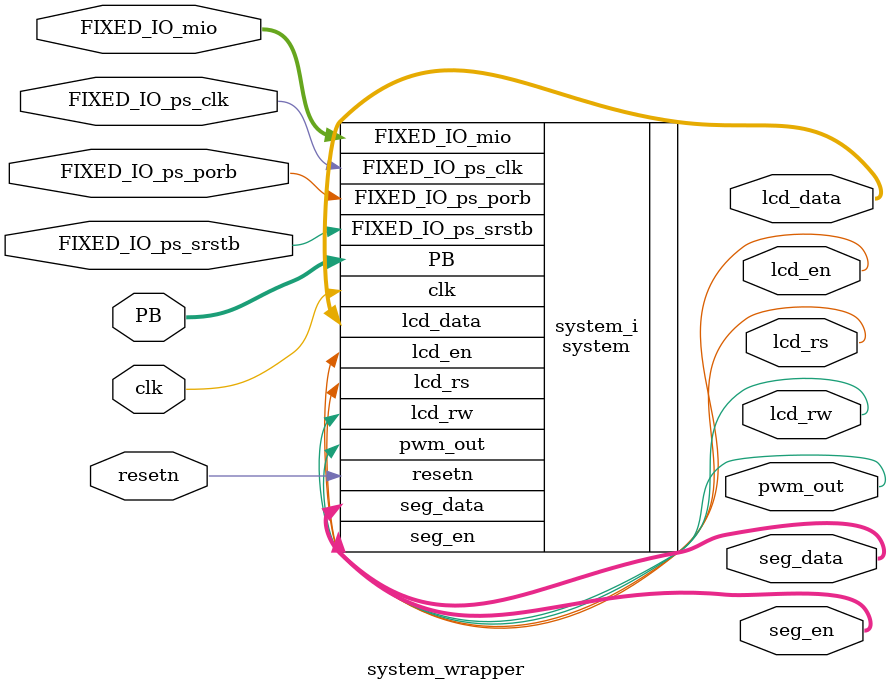
<source format=v>
`timescale 1 ps / 1 ps

module system_wrapper
   (FIXED_IO_mio,
    FIXED_IO_ps_clk,
    FIXED_IO_ps_porb,
    FIXED_IO_ps_srstb,
    PB,
    clk,
    lcd_data,
    lcd_en,
    lcd_rs,
    lcd_rw,
    pwm_out,
    resetn,
    seg_data,
    seg_en);
  inout [53:0]FIXED_IO_mio;
  inout FIXED_IO_ps_clk;
  inout FIXED_IO_ps_porb;
  inout FIXED_IO_ps_srstb;
  input [2:0]PB;
  input clk;
  output [7:0]lcd_data;
  output lcd_en;
  output lcd_rs;
  output lcd_rw;
  output pwm_out;
  input resetn;
  output [7:0]seg_data;
  output [7:0]seg_en;

  wire [53:0]FIXED_IO_mio;
  wire FIXED_IO_ps_clk;
  wire FIXED_IO_ps_porb;
  wire FIXED_IO_ps_srstb;
  wire [2:0]PB;
  wire clk;
  wire [7:0]lcd_data;
  wire lcd_en;
  wire lcd_rs;
  wire lcd_rw;
  wire pwm_out;
  wire resetn;
  wire [7:0]seg_data;
  wire [7:0]seg_en;

system system_i
       (.FIXED_IO_mio(FIXED_IO_mio),
        .FIXED_IO_ps_clk(FIXED_IO_ps_clk),
        .FIXED_IO_ps_porb(FIXED_IO_ps_porb),
        .FIXED_IO_ps_srstb(FIXED_IO_ps_srstb),
        .PB(PB),
        .clk(clk),
        .lcd_data(lcd_data),
        .lcd_en(lcd_en),
        .lcd_rs(lcd_rs),
        .lcd_rw(lcd_rw),
        .pwm_out(pwm_out),
        .resetn(resetn),
        .seg_data(seg_data),
        .seg_en(seg_en));
endmodule

</source>
